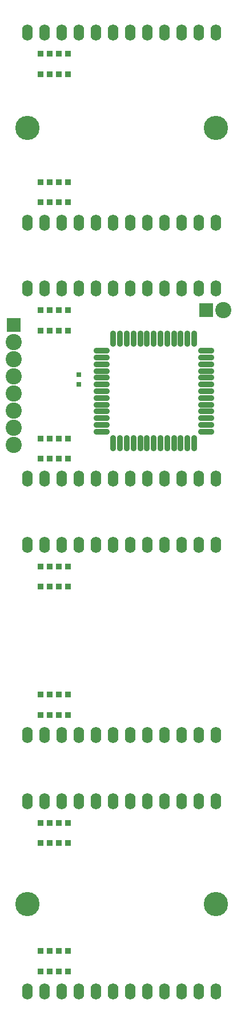
<source format=gbs>
G04 #@! TF.GenerationSoftware,KiCad,Pcbnew,(5.0.0-rc2-35-gda6600525)*
G04 #@! TF.CreationDate,2018-07-07T16:30:24-07:00*
G04 #@! TF.ProjectId,ht1632c-evaluation,687431363332632D6576616C75617469,rev?*
G04 #@! TF.SameCoordinates,Original*
G04 #@! TF.FileFunction,Soldermask,Bot*
G04 #@! TF.FilePolarity,Negative*
%FSLAX46Y46*%
G04 Gerber Fmt 4.6, Leading zero omitted, Abs format (unit mm)*
G04 Created by KiCad (PCBNEW (5.0.0-rc2-35-gda6600525)) date 07/07/18 16:30:24*
%MOMM*%
%LPD*%
G01*
G04 APERTURE LIST*
%ADD10O,1.600000X2.400000*%
%ADD11C,3.600000*%
%ADD12C,2.400000*%
%ADD13R,2.000000X2.000000*%
%ADD14R,0.900000X0.900000*%
%ADD15R,0.750000X0.800000*%
%ADD16O,0.900000X2.400000*%
%ADD17O,2.400000X0.900000*%
G04 APERTURE END LIST*
D10*
G04 #@! TO.C,U2*
X50000000Y-65800000D03*
X50000000Y-94000000D03*
X52540000Y-65800000D03*
X52540000Y-94000000D03*
X55080000Y-65800000D03*
X55080000Y-94000000D03*
X57620000Y-65800000D03*
X57620000Y-94000000D03*
X60160000Y-65800000D03*
X60160000Y-94000000D03*
X62700000Y-65800000D03*
X62700000Y-94000000D03*
X65240000Y-65800000D03*
X65240000Y-94000000D03*
X67780000Y-65800000D03*
X67780000Y-94000000D03*
X70320000Y-65800000D03*
X70320000Y-94000000D03*
X72860000Y-65800000D03*
X72860000Y-94000000D03*
X75400000Y-65800000D03*
X75400000Y-94000000D03*
X77940000Y-65800000D03*
X77940000Y-94000000D03*
G04 #@! TD*
D11*
G04 #@! TO.C,REF\002A\002A*
X78000000Y-157000000D03*
G04 #@! TD*
G04 #@! TO.C,REF\002A\002A*
X50000000Y-157000000D03*
G04 #@! TD*
G04 #@! TO.C,REF\002A\002A*
X78000000Y-42000000D03*
G04 #@! TD*
D12*
G04 #@! TO.C,J1*
X79040000Y-69000000D03*
D13*
X76500000Y-69000000D03*
G04 #@! TD*
D12*
G04 #@! TO.C,J2*
X48000000Y-89000000D03*
X48000000Y-86460000D03*
X48000000Y-83920000D03*
X48000000Y-81380000D03*
X48000000Y-78840000D03*
X48000000Y-76300000D03*
X48000000Y-73760000D03*
D13*
X48000000Y-71220000D03*
G04 #@! TD*
D14*
G04 #@! TO.C,RN1*
X54660000Y-34000000D03*
X56000000Y-34000000D03*
X52000000Y-34000000D03*
X53340000Y-34000000D03*
X54660000Y-31000000D03*
X53340000Y-31000000D03*
X56000000Y-31000000D03*
X52000000Y-31000000D03*
G04 #@! TD*
G04 #@! TO.C,RN2*
X56000000Y-53000000D03*
X52000000Y-53000000D03*
X54660000Y-53000000D03*
X53340000Y-53000000D03*
X54660000Y-50000000D03*
X56000000Y-50000000D03*
X52000000Y-50000000D03*
X53340000Y-50000000D03*
G04 #@! TD*
G04 #@! TO.C,RN3*
X54660000Y-72000000D03*
X56000000Y-72000000D03*
X52000000Y-72000000D03*
X53340000Y-72000000D03*
X54660000Y-69000000D03*
X53340000Y-69000000D03*
X56000000Y-69000000D03*
X52000000Y-69000000D03*
G04 #@! TD*
G04 #@! TO.C,RN4*
X56000000Y-91000000D03*
X52000000Y-91000000D03*
X54660000Y-91000000D03*
X53340000Y-91000000D03*
X54660000Y-88000000D03*
X56000000Y-88000000D03*
X52000000Y-88000000D03*
X53340000Y-88000000D03*
G04 #@! TD*
G04 #@! TO.C,RN5*
X54660000Y-110000000D03*
X56000000Y-110000000D03*
X52000000Y-110000000D03*
X53340000Y-110000000D03*
X54660000Y-107000000D03*
X53340000Y-107000000D03*
X56000000Y-107000000D03*
X52000000Y-107000000D03*
G04 #@! TD*
G04 #@! TO.C,RN6*
X56000000Y-129000000D03*
X52000000Y-129000000D03*
X54660000Y-129000000D03*
X53340000Y-129000000D03*
X54660000Y-126000000D03*
X56000000Y-126000000D03*
X52000000Y-126000000D03*
X53340000Y-126000000D03*
G04 #@! TD*
G04 #@! TO.C,RN7*
X54660000Y-148000000D03*
X56000000Y-148000000D03*
X52000000Y-148000000D03*
X53340000Y-148000000D03*
X54660000Y-145000000D03*
X53340000Y-145000000D03*
X56000000Y-145000000D03*
X52000000Y-145000000D03*
G04 #@! TD*
G04 #@! TO.C,RN8*
X56000000Y-167000000D03*
X52000000Y-167000000D03*
X54660000Y-167000000D03*
X53340000Y-167000000D03*
X54660000Y-164000000D03*
X56000000Y-164000000D03*
X52000000Y-164000000D03*
X53340000Y-164000000D03*
G04 #@! TD*
D10*
G04 #@! TO.C,U1*
X77940000Y-56000000D03*
X77940000Y-27800000D03*
X75400000Y-56000000D03*
X75400000Y-27800000D03*
X72860000Y-56000000D03*
X72860000Y-27800000D03*
X70320000Y-56000000D03*
X70320000Y-27800000D03*
X67780000Y-56000000D03*
X67780000Y-27800000D03*
X65240000Y-56000000D03*
X65240000Y-27800000D03*
X62700000Y-56000000D03*
X62700000Y-27800000D03*
X60160000Y-56000000D03*
X60160000Y-27800000D03*
X57620000Y-56000000D03*
X57620000Y-27800000D03*
X55080000Y-56000000D03*
X55080000Y-27800000D03*
X52540000Y-56000000D03*
X52540000Y-27800000D03*
X50000000Y-56000000D03*
X50000000Y-27800000D03*
G04 #@! TD*
G04 #@! TO.C,U3*
X77940000Y-132000000D03*
X77940000Y-103800000D03*
X75400000Y-132000000D03*
X75400000Y-103800000D03*
X72860000Y-132000000D03*
X72860000Y-103800000D03*
X70320000Y-132000000D03*
X70320000Y-103800000D03*
X67780000Y-132000000D03*
X67780000Y-103800000D03*
X65240000Y-132000000D03*
X65240000Y-103800000D03*
X62700000Y-132000000D03*
X62700000Y-103800000D03*
X60160000Y-132000000D03*
X60160000Y-103800000D03*
X57620000Y-132000000D03*
X57620000Y-103800000D03*
X55080000Y-132000000D03*
X55080000Y-103800000D03*
X52540000Y-132000000D03*
X52540000Y-103800000D03*
X50000000Y-132000000D03*
X50000000Y-103800000D03*
G04 #@! TD*
G04 #@! TO.C,U4*
X50000000Y-141800000D03*
X50000000Y-170000000D03*
X52540000Y-141800000D03*
X52540000Y-170000000D03*
X55080000Y-141800000D03*
X55080000Y-170000000D03*
X57620000Y-141800000D03*
X57620000Y-170000000D03*
X60160000Y-141800000D03*
X60160000Y-170000000D03*
X62700000Y-141800000D03*
X62700000Y-170000000D03*
X65240000Y-141800000D03*
X65240000Y-170000000D03*
X67780000Y-141800000D03*
X67780000Y-170000000D03*
X70320000Y-141800000D03*
X70320000Y-170000000D03*
X72860000Y-141800000D03*
X72860000Y-170000000D03*
X75400000Y-141800000D03*
X75400000Y-170000000D03*
X77940000Y-141800000D03*
X77940000Y-170000000D03*
G04 #@! TD*
D15*
G04 #@! TO.C,C1*
X57630000Y-80030000D03*
X57630000Y-78530000D03*
G04 #@! TD*
D11*
G04 #@! TO.C,REF\002A\002A*
X50000000Y-42000000D03*
G04 #@! TD*
D16*
G04 #@! TO.C,U5*
X74750000Y-88750000D03*
X73750000Y-88750000D03*
X72750000Y-88750000D03*
X71750000Y-88750000D03*
X70750000Y-88750000D03*
X69750000Y-88750000D03*
X68750000Y-88750000D03*
X67750000Y-88750000D03*
X66750000Y-88750000D03*
X65750000Y-88750000D03*
X64750000Y-88750000D03*
X63750000Y-88750000D03*
X62750000Y-88750000D03*
D17*
X61000000Y-87000000D03*
X61000000Y-86000000D03*
X61000000Y-85000000D03*
X61000000Y-84000000D03*
X61000000Y-83000000D03*
X61000000Y-82000000D03*
X61000000Y-81000000D03*
X61000000Y-80000000D03*
X61000000Y-79000000D03*
X61000000Y-78000000D03*
X61000000Y-77000000D03*
X61000000Y-76000000D03*
X61000000Y-75000000D03*
D16*
X62750000Y-73250000D03*
X63750000Y-73250000D03*
X64750000Y-73250000D03*
X65750000Y-73250000D03*
X66750000Y-73250000D03*
X67750000Y-73250000D03*
X68750000Y-73250000D03*
X69750000Y-73250000D03*
X70750000Y-73250000D03*
X71750000Y-73250000D03*
X72750000Y-73250000D03*
X73750000Y-73250000D03*
X74750000Y-73250000D03*
D17*
X76500000Y-75000000D03*
X76500000Y-76000000D03*
X76500000Y-77000000D03*
X76500000Y-78000000D03*
X76500000Y-79000000D03*
X76500000Y-80000000D03*
X76500000Y-81000000D03*
X76500000Y-82000000D03*
X76500000Y-83000000D03*
X76500000Y-84000000D03*
X76500000Y-85000000D03*
X76500000Y-86000000D03*
X76500000Y-87000000D03*
G04 #@! TD*
M02*

</source>
